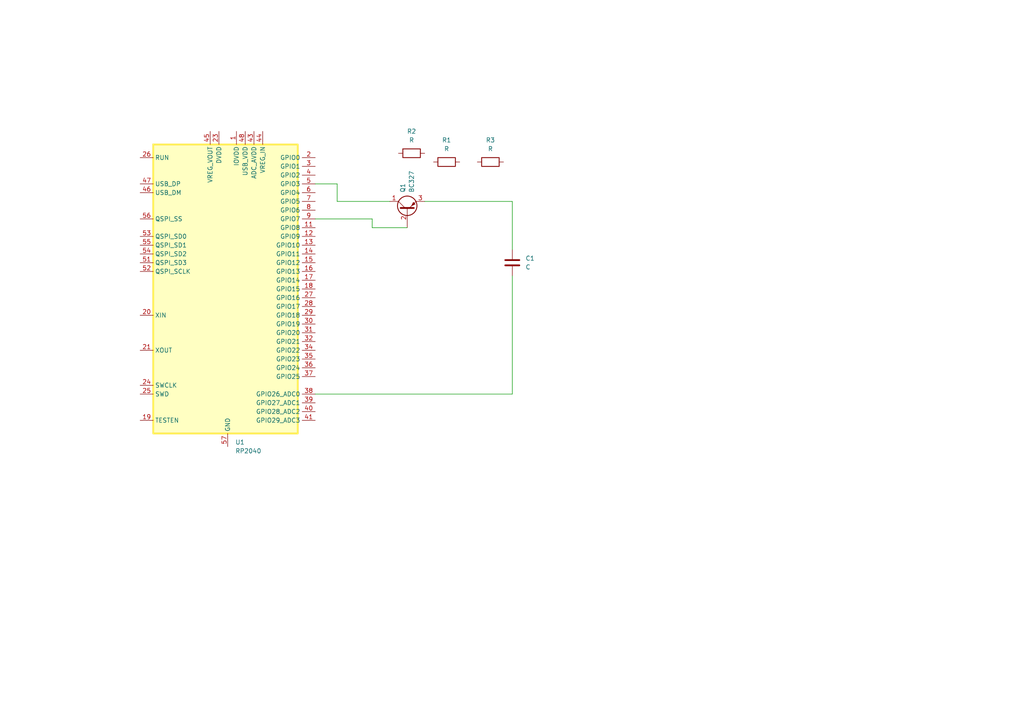
<source format=kicad_sch>
(kicad_sch (version 20231120) (generator "eeschema") (generator_version "8.0")
  (paper "A4")
  (lib_symbols
    (symbol "Device:C" (pin_numbers hide) (pin_names (offset 0.254))
      (property "Reference" "C" (at 0.635 2.54 0))
      (property "Value" "C" (at 0.635 -2.54 0))
      (symbol "C_0_1"
        (polyline (pts (xy -2.032 -0.762) (xy 2.032 -0.762)) (stroke (width 0.508)))
        (polyline (pts (xy -2.032 0.762) (xy 2.032 0.762)) (stroke (width 0.508)))
      )
      (symbol "C_1_1"
        (pin passive line (at 0 3.81 270) (length 2.794) (name "~") (number "1"))
        (pin passive line (at 0 -3.81 90) (length 2.794) (name "~") (number "2"))
      )
    )
    (symbol "Device:R" (pin_numbers hide) (pin_names (offset 0))
      (property "Reference" "R" (at 0 -2.032 0))
      (property "Value" "R" (at 0 0 0))
      (symbol "R_0_1"
        (rectangle (start 2.54 1.27) (end -2.54 -1.27) (stroke (width 0.254)))
      )
      (symbol "R_1_1"
        (pin passive line (at 3.81 0 180) (length 1.27) (name "~") (number "1"))
        (pin passive line (at -3.81 0 0) (length 1.27) (name "~") (number "2"))
      )
    )
    (symbol "MCU_RaspberryPi:RP2040"
      (property "Reference" "U" (at 17.78 45.72 0))
      (property "Value" "RP2040" (at 17.78 43.18 0))
      (symbol "RP2040_1_1"
        (rectangle (start -21.59 41.91) (end 20.32 -41.91) (stroke (width 0.508) (color 255 229 74 1)) (fill (type background)))
        (pin power_in line (at 2.54 45.72 270) (length 3.81) (name "IOVDD") (number "1"))
        (pin passive line (at 2.54 45.72 270) (length 3.81) hide (name "IOVDD") (number "10"))
        (pin bidirectional line (at 25.4 17.78 180) (length 3.81) (name "GPIO8") (number "11"))
        (pin bidirectional line (at 25.4 15.24 180) (length 3.81) (name "GPIO9") (number "12"))
        (pin bidirectional line (at 25.4 12.7 180) (length 3.81) (name "GPIO10") (number "13"))
        (pin bidirectional line (at 25.4 10.16 180) (length 3.81) (name "GPIO11") (number "14"))
        (pin bidirectional line (at 25.4 7.62 180) (length 3.81) (name "GPIO12") (number "15"))
        (pin bidirectional line (at 25.4 5.08 180) (length 3.81) (name "GPIO13") (number "16"))
        (pin bidirectional line (at 25.4 2.54 180) (length 3.81) (name "GPIO14") (number "17"))
        (pin bidirectional line (at 25.4 0 180) (length 3.81) (name "GPIO15") (number "18"))
        (pin input line (at -25.4 -38.1 0) (length 3.81) (name "TESTEN") (number "19"))
        (pin bidirectional line (at 25.4 38.1 180) (length 3.81) (name "GPIO0") (number "2"))
        (pin input line (at -25.4 -7.62 0) (length 3.81) (name "XIN") (number "20"))
        (pin passive line (at -25.4 -17.78 0) (length 3.81) (name "XOUT") (number "21"))
        (pin passive line (at 2.54 45.72 270) (length 3.81) hide (name "IOVDD") (number "22"))
        (pin power_in line (at -2.54 45.72 270) (length 3.81) (name "DVDD") (number "23"))
        (pin input line (at -25.4 -27.94 0) (length 3.81) (name "SWCLK") (number "24"))
        (pin bidirectional line (at -25.4 -30.48 0) (length 3.81) (name "SWD") (number "25"))
        (pin input line (at -25.4 38.1 0) (length 3.81) (name "RUN") (number "26"))
        (pin bidirectional line (at 25.4 -2.54 180) (length 3.81) (name "GPIO16") (number "27"))
        (pin bidirectional line (at 25.4 -5.08 180) (length 3.81) (name "GPIO17") (number "28"))
        (pin bidirectional line (at 25.4 -7.62 180) (length 3.81) (name "GPIO18") (number "29"))
        (pin bidirectional line (at 25.4 35.56 180) (length 3.81) (name "GPIO1") (number "3"))
        (pin bidirectional line (at 25.4 -10.16 180) (length 3.81) (name "GPIO19") (number "30"))
        (pin bidirectional line (at 25.4 -12.7 180) (length 3.81) (name "GPIO20") (number "31"))
        (pin bidirectional line (at 25.4 -15.24 180) (length 3.81) (name "GPIO21") (number "32"))
        (pin passive line (at 2.54 45.72 270) (length 3.81) hide (name "IOVDD") (number "33"))
        (pin bidirectional line (at 25.4 -17.78 180) (length 3.81) (name "GPIO22") (number "34"))
        (pin bidirectional line (at 25.4 -20.32 180) (length 3.81) (name "GPIO23") (number "35"))
        (pin bidirectional line (at 25.4 -22.86 180) (length 3.81) (name "GPIO24") (number "36"))
        (pin bidirectional line (at 25.4 -25.4 180) (length 3.81) (name "GPIO25") (number "37"))
        (pin bidirectional line (at 25.4 -30.48 180) (length 3.81) (name "GPIO26_ADC0") (number "38"))
        (pin bidirectional line (at 25.4 -33.02 180) (length 3.81) (name "GPIO27_ADC1") (number "39"))
        (pin bidirectional line (at 25.4 33.02 180) (length 3.81) (name "GPIO2") (number "4"))
        (pin bidirectional line (at 25.4 -35.56 180) (length 3.81) (name "GPIO28_ADC2") (number "40"))
        (pin bidirectional line (at 25.4 -38.1 180) (length 3.81) (name "GPIO29_ADC3") (number "41"))
        (pin passive line (at 2.54 45.72 270) (length 3.81) hide (name "IOVDD") (number "42"))
        (pin power_in line (at 7.62 45.72 270) (length 3.81) (name "ADC_AVDD") (number "43"))
        (pin power_in line (at 10.16 45.72 270) (length 3.81) (name "VREG_IN") (number "44"))
        (pin power_out line (at -5.08 45.72 270) (length 3.81) (name "VREG_VOUT") (number "45"))
        (pin bidirectional line (at -25.4 27.94 0) (length 3.81) (name "USB_DM") (number "46"))
        (pin bidirectional line (at -25.4 30.48 0) (length 3.81) (name "USB_DP") (number "47"))
        (pin power_in line (at 5.08 45.72 270) (length 3.81) (name "USB_VDD") (number "48"))
        (pin passive line (at 2.54 45.72 270) (length 3.81) hide (name "IOVDD") (number "49"))
        (pin bidirectional line (at 25.4 30.48 180) (length 3.81) (name "GPIO3") (number "5"))
        (pin passive line (at -2.54 45.72 270) (length 3.81) hide (name "DVDD") (number "50"))
        (pin bidirectional line (at -25.4 7.62 0) (length 3.81) (name "QSPI_SD3") (number "51"))
        (pin output line (at -25.4 5.08 0) (length 3.81) (name "QSPI_SCLK") (number "52"))
        (pin bidirectional line (at -25.4 15.24 0) (length 3.81) (name "QSPI_SD0") (number "53"))
        (pin bidirectional line (at -25.4 10.16 0) (length 3.81) (name "QSPI_SD2") (number "54"))
        (pin bidirectional line (at -25.4 12.7 0) (length 3.81) (name "QSPI_SD1") (number "55"))
        (pin bidirectional line (at -25.4 20.32 0) (length 3.81) (name "QSPI_SS") (number "56"))
        (pin power_in line (at 0 -45.72 90) (length 3.81) (name "GND") (number "57"))
        (pin bidirectional line (at 25.4 27.94 180) (length 3.81) (name "GPIO4") (number "6"))
        (pin bidirectional line (at 25.4 25.4 180) (length 3.81) (name "GPIO5") (number "7"))
        (pin bidirectional line (at 25.4 22.86 180) (length 3.81) (name "GPIO6") (number "8"))
        (pin bidirectional line (at 25.4 20.32 180) (length 3.81) (name "GPIO7") (number "9"))
      )
    )
    (symbol "Transistor_BJT:BC327" (pin_names (offset 0) hide)
      (property "Reference" "Q" (at 5.08 1.905 0))
      (property "Value" "BC327" (at 5.08 0 0))
      (symbol "BC327_0_1"
        (polyline (pts (xy 0.635 0.635) (xy 2.54 2.54)))
        (polyline (pts (xy 0.635 -0.635) (xy 2.54 -2.54) (xy 2.54 -2.54)))
        (polyline (pts (xy 0.635 1.905) (xy 0.635 -1.905) (xy 0.635 -1.905)) (stroke (width 0.508)))
        (polyline (pts (xy 2.286 -1.778) (xy 1.778 -2.286) (xy 1.27 -1.27) (xy 2.286 -1.778) (xy 2.286 -1.778)) (fill (type outline)))
        (circle (center 1.27 0) (radius 2.8194) (stroke (width 0.254)))
      )
      (symbol "BC327_1_1"
        (pin passive line (at 2.54 5.08 270) (length 2.54) (name "C") (number "1"))
        (pin input line (at -5.08 0 0) (length 5.715) (name "B") (number "2"))
        (pin passive line (at 2.54 -5.08 90) (length 2.54) (name "E") (number "3"))
      )
    )
  )
  (wire (pts (xy 97.79 58.42) (xy 113.03 58.42)))
  (wire (pts (xy 148.59 80.01) (xy 148.59 114.3)))
  (wire (pts (xy 148.59 72.39) (xy 148.59 58.42)))
  (wire (pts (xy 91.44 63.5) (xy 107.95 63.5)))
  (wire (pts (xy 91.44 114.3) (xy 148.59 114.3)))
  (wire (pts (xy 91.44 53.34) (xy 97.79 53.34)))
  (wire (pts (xy 107.95 66.04) (xy 118.11 66.04)))
  (wire (pts (xy 123.19 58.42) (xy 148.59 58.42)))
  (wire (pts (xy 107.95 63.5) (xy 107.95 66.04)))
  (wire (pts (xy 97.79 53.34) (xy 97.79 58.42)))
  (symbol (lib_id "Device:R") (at 129.54 46.99 0) (unit 1)
    (property "Reference" "R1" (at 129.54 40.64 0))
    (property "Value" "R" (at 129.54 43.18 0))
    (property "Description" "Resistor" (effects (hide yes)))
  )
  (symbol (lib_id "Device:R") (at 142.24 46.99 0) (unit 1)
    (property "Reference" "R3" (at 142.24 40.64 0))
    (property "Value" "R" (at 142.24 43.18 0))
    (property "Description" "Resistor" (effects (hide yes)))
  )
  (symbol (lib_id "Transistor_BJT:BC327") (at 118.11 60.96 90) (unit 1)
    (property "Reference" "Q1" (at 116.8399 55.88 0) (effects (justify left)))
    (property "Value" "BC327" (at 119.3799 55.88 0) (effects (justify left)))
    (property "Footprint" "Package_TO_SOT_THT:TO-92_Inline" (effects (hide yes)))
    (property "Datasheet" "http://www.onsemi.com/pub_link/Collateral/BC327-D.PDF" (effects (hide yes)))
    (property "Description" "0.8A Ic, 45V Vce, PNP Transistor, TO-92" (effects (hide yes)))
  )
  (symbol (lib_id "MCU_RaspberryPi:RP2040") (at 66.04 83.82 0) (unit 1)
    (property "Reference" "U1" (at 68.2341 128.27 0) (effects (justify left)))
    (property "Value" "RP2040" (at 68.2341 130.81 0) (effects (justify left)))
    (property "Footprint" "Package_DFN_QFN:QFN-56-1EP_7x7mm_P0.4mm_EP3.2x3.2mm" (effects (hide yes)))
    (property "Datasheet" "https://datasheets.raspberrypi.com/rp2040/rp2040-datasheet.pdf" (effects (hide yes)))
    (property "Description" "A microcontroller by Raspberry Pi" (effects (hide yes)))
  )
  (symbol (lib_id "Device:C") (at 148.59 76.2 0) (unit 1)
    (property "Reference" "C1" (at 152.4 74.9299 0) (effects (justify left)))
    (property "Value" "C" (at 152.4 77.4699 0) (effects (justify left)))
    (property "Description" "Unpolarized capacitor" (effects (hide yes)))
  )
  (symbol (lib_id "Device:R") (at 119.38 44.45 0) (unit 1)
    (property "Reference" "R2" (at 119.38 38.1 0))
    (property "Value" "R" (at 119.38 40.64 0))
    (property "Description" "Resistor" (effects (hide yes)))
  )
)
</source>
